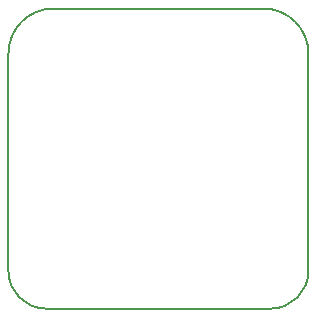
<source format=gbr>
G04 #@! TF.FileFunction,Profile,NP*
%FSLAX46Y46*%
G04 Gerber Fmt 4.6, Leading zero omitted, Abs format (unit mm)*
G04 Created by KiCad (PCBNEW 4.0.2+dfsg1-stable) date Sat 29 Oct 2016 09:34:00 PM EDT*
%MOMM*%
G01*
G04 APERTURE LIST*
%ADD10C,0.090000*%
%ADD11C,0.150000*%
G04 APERTURE END LIST*
D10*
D11*
X120650000Y-98425000D02*
X120650000Y-80010000D01*
X142875000Y-101600000D02*
G75*
G03X146050000Y-98425000I0J3175000D01*
G01*
X120650000Y-98425000D02*
G75*
G03X123825000Y-101600000I3175000J0D01*
G01*
X124460000Y-76200000D02*
G75*
G03X120650000Y-80010000I0J-3810000D01*
G01*
X146050000Y-80010000D02*
G75*
G03X142240000Y-76200000I-3810000J0D01*
G01*
X142875000Y-101600000D02*
X123825000Y-101600000D01*
X146050000Y-80010000D02*
X146050000Y-98425000D01*
X124460000Y-76200000D02*
X142240000Y-76200000D01*
M02*

</source>
